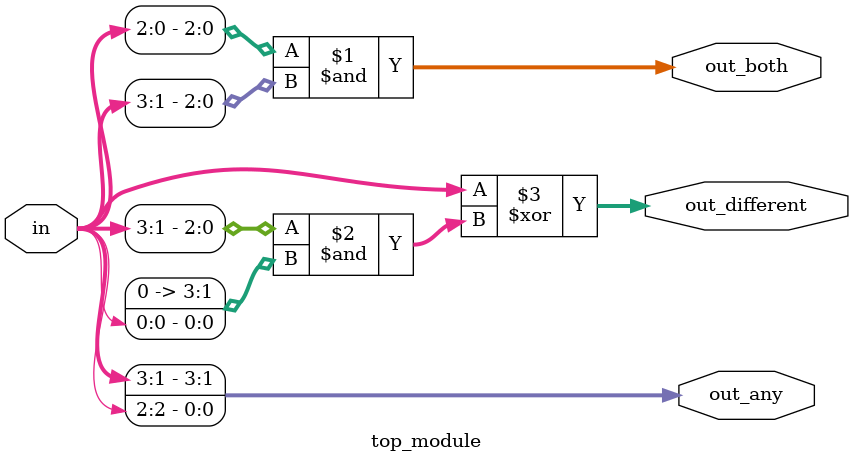
<source format=sv>
module top_module (
    input [3:0] in,
    output [2:0] out_both,
    output [4:1] out_any,
    output [3:0] out_different
);
    
    assign out_both = in[2:0] & in[3:1];
    assign out_any = {in[3:1], in[2]};
    assign out_different = in ^ (in[3:1] & {1'b0, in[0]});
    
endmodule

</source>
